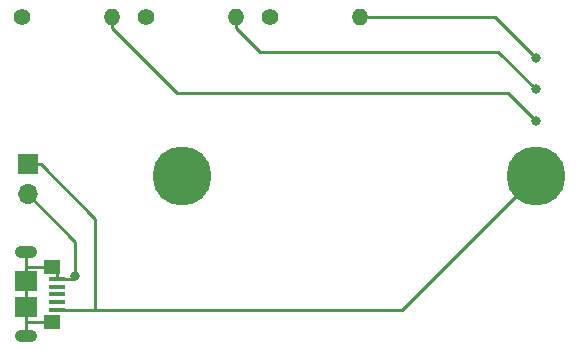
<source format=gbr>
G04 #@! TF.GenerationSoftware,KiCad,Pcbnew,5.1.5-52549c5~84~ubuntu18.04.1*
G04 #@! TF.CreationDate,2020-01-15T09:57:23+01:00*
G04 #@! TF.ProjectId,geneva,67656e65-7661-42e6-9b69-6361645f7063,rev?*
G04 #@! TF.SameCoordinates,Original*
G04 #@! TF.FileFunction,Copper,L2,Bot*
G04 #@! TF.FilePolarity,Positive*
%FSLAX46Y46*%
G04 Gerber Fmt 4.6, Leading zero omitted, Abs format (unit mm)*
G04 Created by KiCad (PCBNEW 5.1.5-52549c5~84~ubuntu18.04.1) date 2020-01-15 09:57:23*
%MOMM*%
%LPD*%
G04 APERTURE LIST*
%ADD10O,1.700000X1.700000*%
%ADD11R,1.700000X1.700000*%
%ADD12O,1.400000X1.400000*%
%ADD13C,1.400000*%
%ADD14R,1.450000X1.150000*%
%ADD15O,1.900000X1.050000*%
%ADD16R,1.900000X1.750000*%
%ADD17R,1.400000X0.400000*%
%ADD18C,5.000000*%
%ADD19C,0.800000*%
%ADD20C,0.250000*%
G04 APERTURE END LIST*
D10*
X57000000Y-101540000D03*
D11*
X57000000Y-99000000D03*
D12*
X85120000Y-86500000D03*
D13*
X77500000Y-86500000D03*
D12*
X74620000Y-86500000D03*
D13*
X67000000Y-86500000D03*
D12*
X64120000Y-86500000D03*
D13*
X56500000Y-86500000D03*
D14*
X59030000Y-112320000D03*
X59030000Y-107680000D03*
D15*
X56800000Y-106425000D03*
X56800000Y-113575000D03*
D16*
X56800000Y-111125000D03*
D17*
X59450000Y-110000000D03*
X59450000Y-109350000D03*
X59450000Y-108700000D03*
X59450000Y-111300000D03*
X59450000Y-110650000D03*
D16*
X56800000Y-108875000D03*
D18*
X70000000Y-100000000D03*
X100000000Y-100000000D03*
D19*
X61000000Y-108500000D03*
X100000000Y-95333330D03*
X100000000Y-92666700D03*
X100000000Y-90000000D03*
D20*
X88700000Y-111300000D02*
X100000000Y-100000000D01*
X58100000Y-99000000D02*
X57000000Y-99000000D01*
X62700000Y-103600000D02*
X58100000Y-99000000D01*
X62700000Y-111300000D02*
X62700000Y-103600000D01*
X62700000Y-111300000D02*
X88700000Y-111300000D01*
X59450000Y-111300000D02*
X62700000Y-111300000D01*
X56800000Y-112250000D02*
X56800000Y-111125000D01*
X56870000Y-112320000D02*
X56800000Y-112250000D01*
X59030000Y-112320000D02*
X56870000Y-112320000D01*
X56800000Y-111125000D02*
X56800000Y-108875000D01*
X58055000Y-107680000D02*
X59030000Y-107680000D01*
X56870000Y-107680000D02*
X58055000Y-107680000D01*
X56800000Y-107750000D02*
X56870000Y-107680000D01*
X56800000Y-108875000D02*
X56800000Y-107750000D01*
X59450000Y-108100000D02*
X59030000Y-107680000D01*
X59450000Y-108700000D02*
X59450000Y-108100000D01*
X56800000Y-106425000D02*
X56800000Y-108875000D01*
X56800000Y-113575000D02*
X56800000Y-111125000D01*
X59450000Y-108700000D02*
X60800000Y-108700000D01*
X60800000Y-108700000D02*
X61000000Y-108500000D01*
X61000000Y-105540000D02*
X57000000Y-101540000D01*
X61000000Y-108500000D02*
X61000000Y-105540000D01*
X97666670Y-93000000D02*
X100000000Y-95333330D01*
X69630051Y-93000000D02*
X97666670Y-93000000D01*
X64120000Y-86500000D02*
X64120000Y-87489949D01*
X64120000Y-87489949D02*
X69630051Y-93000000D01*
X96833300Y-89500000D02*
X100000000Y-92666700D01*
X76630051Y-89500000D02*
X96833300Y-89500000D01*
X74620000Y-86500000D02*
X74620000Y-87489949D01*
X74620000Y-87489949D02*
X76630051Y-89500000D01*
X96500000Y-86500000D02*
X85120000Y-86500000D01*
X100000000Y-90000000D02*
X96500000Y-86500000D01*
M02*

</source>
